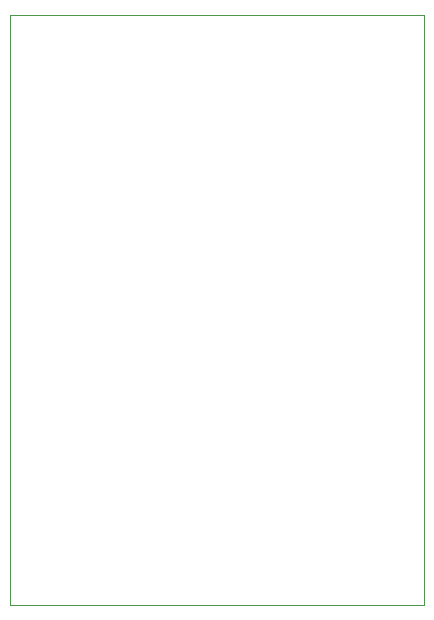
<source format=gbr>
G04*
G04 #@! TF.GenerationSoftware,Altium Limited,Altium Designer,22.4.2 (48)*
G04*
G04 Layer_Color=0*
%FSLAX44Y44*%
%MOMM*%
G71*
G04*
G04 #@! TF.SameCoordinates,3F8D2DE9-6248-4815-85C5-7CB1FE07798D*
G04*
G04*
G04 #@! TF.FilePolarity,Positive*
G04*
G01*
G75*
%ADD51C,0.0254*%
D51*
X0Y0D02*
Y500000D01*
X350000Y500000D01*
Y0D01*
X0D01*
M02*

</source>
